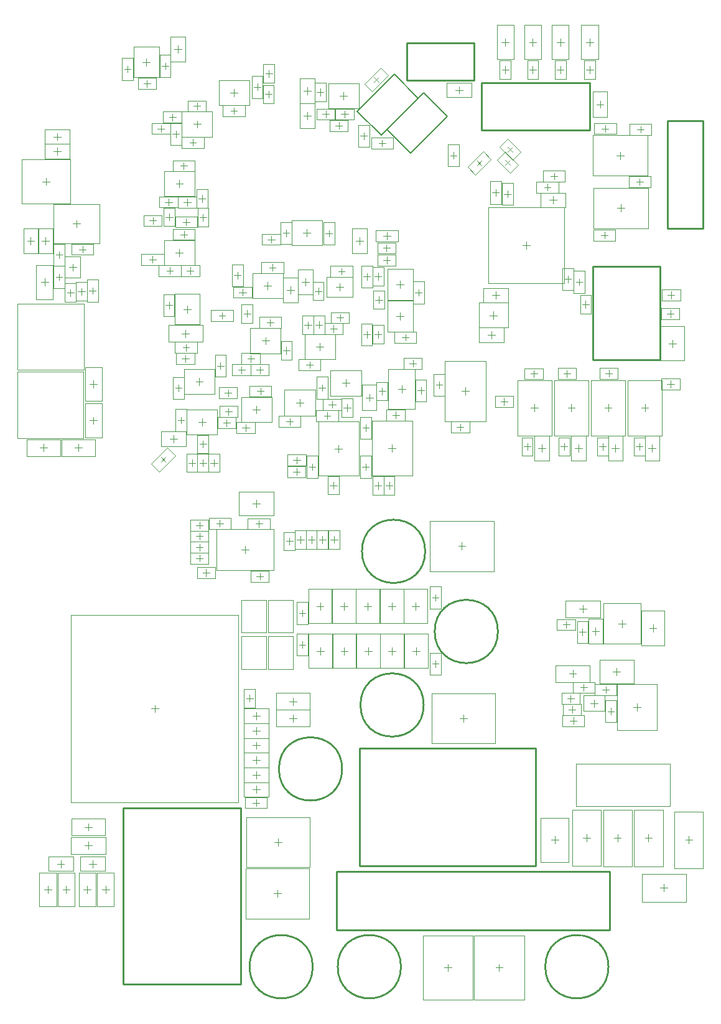
<source format=gbr>
%TF.GenerationSoftware,Altium Limited,Altium Designer,22.1.2 (22)*%
G04 Layer_Color=32768*
%FSLAX45Y45*%
%MOMM*%
%TF.SameCoordinates,C5451D44-FA68-4CDD-92CA-08ED0B408621*%
%TF.FilePolarity,Positive*%
%TF.FileFunction,Other,Mechanical_15*%
%TF.Part,Single*%
G01*
G75*
%TA.AperFunction,NonConductor*%
%ADD81C,0.25000*%
%ADD103C,0.10000*%
%ADD105C,0.25400*%
%ADD107C,0.12700*%
%ADD220C,0.05000*%
D81*
X6600000Y5160000D02*
G03*
X6600000Y5160000I-430000J0D01*
G01*
X4480000Y3290000D02*
G03*
X4480000Y3290000I-430000J0D01*
G01*
X8105000Y600000D02*
G03*
X8105000Y600000I-430000J0D01*
G01*
X5280000D02*
G03*
X5280000Y600000I-430000J0D01*
G01*
X4080000D02*
G03*
X4080000Y600000I-430000J0D01*
G01*
X5590000Y4160000D02*
G03*
X5590000Y4160000I-430000J0D01*
G01*
X5610000Y6250000D02*
G03*
X5610000Y6250000I-430000J0D01*
G01*
D103*
X3765000Y7970000D02*
Y8060000D01*
X3720000Y8015000D02*
X3810000D01*
X4480000Y8540000D02*
X4580000D01*
X4530000Y8490000D02*
Y8590000D01*
X4547500Y8155000D02*
Y8250000D01*
X4500000Y8202500D02*
X4595000D01*
X5270000Y9400000D02*
Y9500000D01*
X5220000Y9450000D02*
X5320000D01*
X5270000Y9830000D02*
Y9930000D01*
X5220000Y9880000D02*
X5320000D01*
X8485000Y11277500D02*
X8575000D01*
X8530000Y11232500D02*
Y11322500D01*
X7990000Y12280000D02*
Y12380000D01*
X7940000Y12330000D02*
X8040000D01*
X8015000Y12000000D02*
X8105000D01*
X8060000Y11955000D02*
Y12045000D01*
X8265000Y11582500D02*
Y11682500D01*
X8215000Y11632500D02*
X8315000D01*
X8497500Y11987500D02*
X8587500D01*
X8542500Y11942500D02*
Y12032500D01*
X8274999Y10870000D02*
Y10970000D01*
X8225000Y10920000D02*
X8325000D01*
X8005000Y10550000D02*
X8095000D01*
X8050000Y10505000D02*
Y10595000D01*
X8958197Y9688199D02*
Y9783199D01*
X8910697Y9735699D02*
X9005697D01*
X8948197Y9433199D02*
Y9528199D01*
X8900697Y9480699D02*
X8995697D01*
X8978198Y9028199D02*
Y9128199D01*
X8928198Y9078199D02*
X9028198D01*
X7747500Y9607500D02*
X7842500D01*
X7795000Y9560000D02*
Y9655000D01*
X7707500Y9867500D02*
Y9957500D01*
X7662500Y9912500D02*
X7752500D01*
X7555000Y9907500D02*
Y9997500D01*
X7510000Y9952500D02*
X7600000D01*
X6520000Y9732500D02*
X6620000D01*
X6570000Y9682500D02*
Y9782500D01*
X6540000Y9402500D02*
Y9512492D01*
X6490000Y9457500D02*
X6590000D01*
X6460000Y9192500D02*
X6560000D01*
X6510000Y9142500D02*
Y9242500D01*
X7320000Y11352500D02*
X7410000D01*
X7365000Y11307500D02*
Y11397500D01*
X7230000Y11202500D02*
X7320000D01*
X7275000Y11157500D02*
Y11247500D01*
X7297500Y11027500D02*
X7397500D01*
X7347500Y10977500D02*
Y11077500D01*
X6522500Y11130000D02*
X6617500D01*
X6570000Y11082500D02*
Y11177500D01*
X6495000Y10975000D02*
Y11285000D01*
X6645000Y10975000D02*
Y11285000D01*
X6495000Y10975000D02*
X6645000D01*
X6495000Y11285000D02*
X6645000D01*
X6935000Y10412500D02*
X7035000D01*
X6985000Y10362500D02*
Y10462500D01*
X6730000Y11065000D02*
Y11155000D01*
X6685000Y11110000D02*
X6775000D01*
X6733912Y11683912D02*
X6801088Y11751088D01*
X6733913Y11751087D02*
X6801088Y11683912D01*
X6698912Y11503912D02*
X6766088Y11571088D01*
X6698913Y11571087D02*
X6766088Y11503912D01*
X6315680Y11498180D02*
X6379320Y11561820D01*
X6315680D02*
X6379320Y11498180D01*
X7802500Y12800000D02*
X7897500D01*
X7850000Y12752500D02*
Y12847501D01*
X7402500Y12800000D02*
X7497500D01*
X7450000Y12752500D02*
Y12847501D01*
X7027500Y12800000D02*
X7122500D01*
X7075000Y12752500D02*
Y12847501D01*
X6652500Y12800000D02*
X6747500D01*
X6700000Y12752500D02*
Y12847501D01*
X5996447Y11590799D02*
Y11680799D01*
X5951448Y11635799D02*
X6041447D01*
X6022500Y12525000D02*
X6122500D01*
X6072500Y12475000D02*
Y12575000D01*
X4911412Y12698588D02*
X4978587Y12631412D01*
X4911412D02*
X4978587Y12698588D01*
X4782365Y12608431D02*
X5001568Y12827635D01*
X4888431Y12502365D02*
X5107634Y12721569D01*
X4782365Y12608431D02*
X4888431Y12502365D01*
X5001568Y12827635D02*
X5107634Y12721569D01*
X4135000Y12495000D02*
X4230000D01*
X4182500Y12447500D02*
Y12542500D01*
X4447500Y12445000D02*
X4547500D01*
X4497500Y12395000D02*
Y12495000D01*
X4980000Y11800000D02*
X5070000D01*
X5025000Y11755000D02*
Y11845000D01*
X4775000Y11855000D02*
Y11945000D01*
X4730000Y11900000D02*
X4820000D01*
X4515000Y12147500D02*
Y12242500D01*
X4467500Y12195000D02*
X4562500D01*
X4257500Y12147500D02*
Y12242500D01*
X4210000Y12195000D02*
X4305000D01*
X4435000Y11992500D02*
Y12087500D01*
X4387500Y12040000D02*
X4482500D01*
X4005000Y12462500D02*
Y12562500D01*
X3955000Y12512500D02*
X4055000D01*
X2247500Y13027499D02*
Y13127499D01*
X2197500Y13077499D02*
X2297500D01*
X2072500Y12805000D02*
Y12895000D01*
X2027500Y12850000D02*
X2117499D01*
X1560000Y12765000D02*
Y12855000D01*
X1515000Y12810001D02*
X1605000D01*
X1815000Y12855000D02*
Y12955000D01*
X1765000Y12905000D02*
X1865000D01*
X1825000Y12565000D02*
Y12660000D01*
X1777500Y12612500D02*
X1872500D01*
X3435000Y12747500D02*
X3530000D01*
X3482500Y12700000D02*
Y12795000D01*
X3430000Y12467500D02*
X3525000D01*
X3477500Y12420000D02*
Y12515000D01*
X3325000Y12520000D02*
Y12610000D01*
X3280000Y12565000D02*
X3370000D01*
X2957500Y12490000D02*
X3057500D01*
X3007500Y12440000D02*
Y12540000D01*
X2962500Y12242500D02*
X3052500D01*
X3007500Y12197500D02*
Y12287500D01*
X2170000Y12107500D02*
Y12202500D01*
X2122500Y12155000D02*
X2217500D01*
X2015000Y11952500D02*
Y12047500D01*
X1967500Y12000000D02*
X2062500D01*
X2217500Y11880000D02*
Y11970000D01*
X2172500Y11925000D02*
X2262500D01*
X2402500Y11812500D02*
X2492500D01*
X2447500Y11767500D02*
Y11857500D01*
X2454600Y12059600D02*
X2554600D01*
X2504600Y12009600D02*
Y12109600D01*
X2505000Y12257500D02*
Y12352500D01*
X2457500Y12305000D02*
X2552500D01*
X2280000Y11492500D02*
X2370000D01*
X2325000Y11447500D02*
Y11537500D01*
X2215599Y11247800D02*
X2315599D01*
X2265599Y11197801D02*
Y11297801D01*
X2525000Y11047500D02*
X2620000D01*
X2572500Y11000000D02*
Y11095000D01*
X2540000Y10792500D02*
X2635000D01*
X2587500Y10745000D02*
Y10840000D01*
X2372500Y10950000D02*
Y11045000D01*
X2325000Y10997500D02*
X2420000D01*
X2117500Y10952500D02*
Y11047500D01*
X2070000Y11000000D02*
X2165000D01*
X1902500Y10700000D02*
Y10795000D01*
X1855000Y10747500D02*
X1950000D01*
X2080000Y10797500D02*
X2175000D01*
X2127500Y10750000D02*
Y10845000D01*
X2312500Y10730000D02*
X2402500D01*
X2357500Y10685000D02*
Y10775000D01*
X2282500Y10560000D02*
X2372500D01*
X2327500Y10515000D02*
Y10605000D01*
X2215000Y10312500D02*
X2315000D01*
X2265000Y10262500D02*
Y10362500D01*
X1900000Y10172500D02*
Y10267500D01*
X1852500Y10220000D02*
X1947500D01*
X1745000Y10145000D02*
X2055000D01*
X1745000Y10295000D02*
X2055000D01*
Y10145000D02*
Y10295000D01*
X1745000Y10145000D02*
Y10295000D01*
X2090000Y10067500D02*
X2180000D01*
X2135000Y10022500D02*
Y10112500D01*
X2412500Y10017500D02*
Y10112500D01*
X2365000Y10065000D02*
X2460000D01*
X4300000Y10530000D02*
Y10620000D01*
X4255000Y10575000D02*
X4345000D01*
X3949699Y10580800D02*
X4049699D01*
X3999699Y10530800D02*
Y10630800D01*
X3717500Y10535000D02*
Y10625000D01*
X3672500Y10580000D02*
X3762499D01*
X3515000Y10445000D02*
Y10540000D01*
X3467500Y10492500D02*
X3562500D01*
X4445000Y9795000D02*
Y9895000D01*
X4395000Y9845000D02*
X4495000D01*
X4427500Y10057500D02*
X4517500D01*
X4472500Y10012500D02*
Y10102500D01*
X3055000Y9957500D02*
Y10047500D01*
X3010000Y10002500D02*
X3100000D01*
X3125000Y9725000D02*
Y9820000D01*
X3077500Y9772500D02*
X3172500D01*
X3417500Y9860000D02*
X3517500D01*
X3467500Y9810000D02*
Y9910000D01*
X3487500Y10110000D02*
X3577500D01*
X3532500Y10065000D02*
Y10155000D01*
X3780000Y9752500D02*
Y9852500D01*
X3730000Y9802500D02*
X3830000D01*
X3980000Y9862500D02*
Y9962500D01*
X3930000Y9912500D02*
X4030000D01*
X4107500Y9790000D02*
X4202500D01*
X4155000Y9742500D02*
Y9837500D01*
X4720000Y10420000D02*
Y10520000D01*
X4670000Y10470000D02*
X4770000D01*
X5090000Y10492500D02*
Y10587500D01*
X5042500Y10540000D02*
X5137500D01*
X4935000Y10615000D02*
X5245000D01*
X4935000Y10465000D02*
X5245000D01*
X4935000D02*
Y10615000D01*
X5245000Y10465000D02*
Y10615000D01*
X5085000Y10327500D02*
Y10422500D01*
X5037500Y10375000D02*
X5132500D01*
X5087500Y10162500D02*
Y10257500D01*
X5040000Y10210000D02*
X5135000D01*
X4817500Y9942500D02*
Y10032500D01*
X4772500Y9987500D02*
X4862500D01*
X4922500Y9990000D02*
X5017500D01*
X4970000Y9942500D02*
Y10037500D01*
X4932500Y9670000D02*
X5027500D01*
X4980000Y9622500D02*
Y9717500D01*
X5520000Y9725000D02*
Y9815000D01*
X5475000Y9770000D02*
X5565000D01*
X5295000Y9160000D02*
X5385000D01*
X5340000Y9115000D02*
Y9205000D01*
X4922500Y9200000D02*
X5017500D01*
X4970000Y9152500D02*
Y9247500D01*
X4815000Y9155000D02*
Y9245000D01*
X4770000Y9200000D02*
X4860000D01*
X3967500Y9327500D02*
X4062500D01*
X4015000Y9280000D02*
Y9375000D01*
X4117500Y9330000D02*
X4212500D01*
X4165000Y9282500D02*
Y9377500D01*
X4452500Y9380000D02*
Y9475000D01*
X4405000Y9427500D02*
X4500000D01*
X4365000Y9230000D02*
Y9325000D01*
X4317500Y9277500D02*
X4412500D01*
X4127500Y9032500D02*
X4227500D01*
X4177500Y8982500D02*
Y9082500D01*
X3992500Y8787500D02*
X4082500D01*
X4037500Y8742500D02*
Y8832500D01*
X3140000Y9482500D02*
X3235000D01*
X3187500Y9435000D02*
Y9530000D01*
X3457500Y9360000D02*
X3547500D01*
X3502500Y9315000D02*
Y9405000D01*
X3675000Y8982500D02*
X3770000D01*
X3722500Y8935000D02*
Y9030000D01*
X3386900Y9113300D02*
X3486900D01*
X3436900Y9063300D02*
Y9163300D01*
X3237500Y8822500D02*
Y8917500D01*
X3190000Y8870000D02*
X3285000D01*
X3110000Y8670000D02*
Y8765000D01*
X3062500Y8717500D02*
X3157500D01*
X3360000Y8670000D02*
Y8765000D01*
X3312500Y8717500D02*
X3407500D01*
X2824671Y8728515D02*
Y8818515D01*
X2779671Y8773515D02*
X2869671D01*
X2802500Y9457500D02*
X2892500D01*
X2847500Y9412500D02*
Y9502500D01*
X2370000Y9492500D02*
Y9592500D01*
X2320000Y9542500D02*
X2420000D01*
X2122500Y9552501D02*
Y9642500D01*
X2077500Y9597500D02*
X2167500D01*
X2300000Y9212500D02*
X2400000D01*
X2350000Y9162500D02*
Y9262500D01*
X2310000Y9022500D02*
X2400000D01*
X2355000Y8977500D02*
Y9067500D01*
X2347500Y8822500D02*
Y8917500D01*
X2300000Y8870000D02*
X2395000D01*
X2487171Y8558515D02*
X2587171D01*
X2537171Y8508515D02*
Y8608515D01*
X2252171Y8426015D02*
Y8516015D01*
X2207171Y8471015D02*
X2297171D01*
X3367500Y8382500D02*
Y8472500D01*
X3322500Y8427500D02*
X3412500D01*
X3315000Y8130000D02*
Y8230000D01*
X3265000Y8180000D02*
X3365000D01*
X2927500Y8357500D02*
Y8452500D01*
X2880000Y8405000D02*
X2975000D01*
X2933495Y8101743D02*
Y8196743D01*
X2885995Y8149243D02*
X2980995D01*
X2908495Y7949243D02*
Y8044243D01*
X2860995Y7996743D02*
X2955995D01*
X3120000Y7930000D02*
X3215000D01*
X3167500Y7882500D02*
Y7977500D01*
X2523495Y8009243D02*
X2623495D01*
X2573495Y7959243D02*
Y8059243D01*
X2288495Y7989243D02*
Y8079243D01*
X2243495Y8034243D02*
X2333495D01*
X2135995Y7779243D02*
X2235995D01*
X2185995Y7729243D02*
Y7829243D01*
X2012408Y7530331D02*
X2079583Y7463156D01*
X2012407D02*
X2079583Y7530331D01*
X1989427Y7334109D02*
X2208630Y7553312D01*
X1883360Y7440175D02*
X2102564Y7659378D01*
X2208630Y7553312D01*
X1883360Y7440175D02*
X1989427Y7334109D01*
X2538495Y7709243D02*
X2633495D01*
X2585995Y7661743D02*
Y7756743D01*
X2688495Y7451743D02*
X2783495D01*
X2735995Y7404243D02*
Y7499243D01*
X2538495Y7451743D02*
X2633495D01*
X2585995Y7404243D02*
Y7499243D01*
X2388495Y7451743D02*
X2483495D01*
X2435995Y7404243D02*
Y7499243D01*
X550000Y11890000D02*
X650000D01*
X600000Y11840000D02*
Y11940000D01*
X550000Y11690000D02*
X650000D01*
X600000Y11640000D02*
Y11740000D01*
X450000Y11230000D02*
Y11330000D01*
X400000Y11280000D02*
X500000D01*
X120000Y10980000D02*
X780000D01*
X120000Y11580000D02*
X780000D01*
Y10980000D02*
Y11580000D01*
X120000Y10980000D02*
Y11580000D01*
X902500Y10357500D02*
X992500D01*
X947500Y10312500D02*
Y10402500D01*
X862500Y10655000D02*
Y10755000D01*
X812500Y10705000D02*
X912500D01*
X242500Y10422500D02*
Y10522500D01*
X192500Y10472500D02*
X292500D01*
X445000Y10422500D02*
Y10522500D01*
X395000Y10472500D02*
X495000D01*
X627500Y10237500D02*
Y10327500D01*
X582500Y10282500D02*
X672500D01*
X812500Y10062500D02*
Y10162500D01*
X762500Y10112500D02*
X862500D01*
X627500Y9935000D02*
Y10025000D01*
X582500Y9980000D02*
X672500D01*
X382500Y9910000D02*
X482500D01*
X432500Y9860000D02*
Y9960000D01*
X735000Y9767500D02*
X830000D01*
X782500Y9720000D02*
Y9815000D01*
X885000Y9785000D02*
X980000D01*
X932500Y9737500D02*
Y9832500D01*
X1082500Y9750000D02*
Y9840000D01*
X1037500Y9795000D02*
X1127500D01*
X1045000Y8030000D02*
X1145000D01*
X1095000Y7980000D02*
Y8080000D01*
X842500Y7660000D02*
X942500D01*
X892500Y7610000D02*
Y7710000D01*
X8110000Y8622500D02*
Y8717500D01*
X8062500Y8670000D02*
X8157500D01*
X7540000Y8620000D02*
Y8715000D01*
X7492500Y8667500D02*
X7587500D01*
X7090000Y8617500D02*
Y8712500D01*
X7042500Y8665000D02*
X7137500D01*
X7100000Y8150000D02*
Y8250000D01*
X7050000Y8200000D02*
X7150000D01*
X7600000Y8150000D02*
Y8250000D01*
X7550000Y8200000D02*
X7650000D01*
X8100000Y8150000D02*
Y8250000D01*
X8050000Y8200000D02*
X8150000D01*
X8600000Y8150000D02*
Y8250000D01*
X8550000Y8200000D02*
X8650000D01*
X8950000Y8477500D02*
Y8572500D01*
X8902500Y8525000D02*
X8997500D01*
X8700000Y7600000D02*
Y7700000D01*
X8650000Y7650000D02*
X8750000D01*
X8477500Y7675000D02*
X8572500D01*
X8525000Y7627500D02*
Y7722500D01*
X8200000Y7600000D02*
Y7700000D01*
X8150000Y7650000D02*
X8250000D01*
X7977500Y7675000D02*
X8072500D01*
X8025000Y7627500D02*
Y7722500D01*
X7700000Y7600000D02*
Y7700000D01*
X7650000Y7650000D02*
X7750000D01*
X7452500Y7675000D02*
X7547500D01*
X7500000Y7627500D02*
Y7722500D01*
X7200000Y7600000D02*
Y7700000D01*
X7150000Y7650000D02*
X7250000D01*
X6952500Y7675000D02*
X7047500D01*
X7000000Y7627500D02*
Y7722500D01*
X6685000Y8240000D02*
Y8335000D01*
X6637500Y8287500D02*
X6732500D01*
X6087500Y7890000D02*
Y7985000D01*
X6040000Y7937500D02*
X6135000D01*
X6107500Y8430000D02*
X6207500D01*
X6157500Y8379999D02*
Y8480000D01*
X5802500Y8467500D02*
Y8557500D01*
X5757500Y8512500D02*
X5847500D01*
X5442500Y8757500D02*
Y8852500D01*
X5395000Y8805000D02*
X5490000D01*
X5552500Y8392500D02*
Y8482500D01*
X5507500Y8437500D02*
X5597500D01*
X5290000Y8405000D02*
Y8505000D01*
X5240000Y8455000D02*
X5340000D01*
X5210000Y8055000D02*
Y8150000D01*
X5162500Y8102500D02*
X5257500D01*
X4977500Y8427500D02*
X5072500D01*
X5025000Y8380000D02*
Y8475000D01*
X4850000Y8292500D02*
Y8392500D01*
X4800000Y8342500D02*
X4900000D01*
X3902500Y8220000D02*
Y8320000D01*
X3852500Y8270000D02*
X3952500D01*
X4207500Y8427500D02*
Y8517500D01*
X4162500Y8472500D02*
X4252500D01*
X4345000Y8200000D02*
Y8295000D01*
X4297500Y8247500D02*
X4392500D01*
X4802500Y7885000D02*
Y7975000D01*
X4757500Y7930000D02*
X4847500D01*
X4232500Y8095000D02*
X4322500D01*
X4277500Y8050000D02*
Y8140000D01*
X4382500Y7647500D02*
X4482500D01*
X4432500Y7597500D02*
Y7697500D01*
X5110000Y7652500D02*
X5210000D01*
X5160000Y7602500D02*
Y7702500D01*
X5072500Y7145000D02*
X5167500D01*
X5120000Y7097500D02*
Y7192500D01*
X4922500Y7145000D02*
X5017500D01*
X4970000Y7097500D02*
Y7192500D01*
X4800000Y7355000D02*
Y7445000D01*
X4755000Y7400000D02*
X4845000D01*
X4315000Y7147500D02*
X4410000D01*
X4362500Y7100000D02*
Y7195000D01*
X4075000Y7355000D02*
Y7445000D01*
X4030000Y7400000D02*
X4120000D01*
X2770000Y6630000D02*
X2860000D01*
X2815000Y6585000D02*
Y6675000D01*
X3160000Y6220000D02*
Y6320000D01*
X3110000Y6270000D02*
X3210000D01*
X3262500Y6897500D02*
X3362500D01*
X3312500Y6847500D02*
Y6947500D01*
X3347500Y6580000D02*
Y6670000D01*
X3302500Y6625000D02*
X3392500D01*
X3360000Y5862500D02*
Y5957500D01*
X3312500Y5910000D02*
X3407500D01*
X4322500Y6410000D02*
X4417500D01*
X4370000Y6362500D02*
Y6457500D01*
X4165000Y6407500D02*
X4260000D01*
X4212500Y6360000D02*
Y6455000D01*
X4015000Y6407500D02*
X4110000D01*
X4062500Y6360000D02*
Y6455000D01*
X3865000Y6407500D02*
X3960000D01*
X3912500Y6360000D02*
Y6455000D01*
X4180000Y5455001D02*
Y5555000D01*
X4130000Y5505000D02*
X4230000D01*
X4505000Y5455001D02*
Y5555000D01*
X4455000Y5505000D02*
X4555000D01*
X4830000Y5455001D02*
Y5555000D01*
X4780000Y5505000D02*
X4880000D01*
X5155000Y5455001D02*
Y5555000D01*
X5105000Y5505000D02*
X5205000D01*
X5480000Y5455001D02*
Y5555000D01*
X5430000Y5505000D02*
X5530000D01*
X5750000Y4675000D02*
Y4765000D01*
X5705000Y4720000D02*
X5795000D01*
X5485000Y4845001D02*
Y4945001D01*
X5435000Y4895001D02*
X5535000D01*
X5160000Y4845001D02*
Y4945001D01*
X5110000Y4895001D02*
X5210000D01*
X4835000Y4845001D02*
Y4945001D01*
X4785000Y4895001D02*
X4885000D01*
X4510000Y4845001D02*
Y4945001D01*
X4460000Y4895001D02*
X4560000D01*
X4185000Y4845001D02*
Y4945001D01*
X4135000Y4895001D02*
X4235000D01*
X3895000Y4980000D02*
X3985000D01*
X3940000Y4935000D02*
Y5025000D01*
X3810000Y5144500D02*
Y5587000D01*
X3470000D02*
X3810000D01*
X3470000Y5144500D02*
Y5587000D01*
Y5144500D02*
X3810000D01*
X3450000D02*
Y5587000D01*
X3110000D02*
X3450000D01*
X3110000Y5144500D02*
Y5587000D01*
Y5144500D02*
X3450000D01*
Y4650000D02*
Y5092500D01*
X3110000D02*
X3450000D01*
X3110000Y4650000D02*
Y5092500D01*
Y4650000D02*
X3450000D01*
X3810000D02*
Y5092500D01*
X3470000D02*
X3810000D01*
X3470000Y4650000D02*
Y5092500D01*
Y4650000D02*
X3810000D01*
X1880000Y4110000D02*
X1980000D01*
X1930000Y4060000D02*
Y4160000D01*
X975000Y2500000D02*
X1075000D01*
X1025000Y2450000D02*
Y2550000D01*
Y2200000D02*
Y2300000D01*
X975000Y2250000D02*
X1075000D01*
X790000Y2135000D02*
X1260000D01*
X790000Y2365000D02*
X1260000D01*
Y2135000D02*
Y2365000D01*
X790000Y2135000D02*
Y2365000D01*
X1035000Y2000000D02*
X1135000D01*
X1085000Y1950000D02*
Y2050000D01*
X600000Y2000000D02*
X700000D01*
X650000Y1950000D02*
Y2050000D01*
X3605000Y2245000D02*
Y2345000D01*
X3555000Y2295000D02*
X3655000D01*
X3600000Y1545000D02*
Y1645000D01*
X3550000Y1595000D02*
X3650000D01*
X3172500Y4250000D02*
X3267500D01*
X3220000Y4202500D02*
Y4297500D01*
X3760000Y4210000D02*
X3860000D01*
X3810000Y4160000D02*
Y4260000D01*
X3760000Y3980000D02*
X3860000D01*
X3810000Y3930000D02*
Y4030000D01*
X6080000Y3980000D02*
X6180000D01*
X6130000Y3930000D02*
Y4030000D01*
X7755000Y5415000D02*
Y5515000D01*
X7705000Y5465000D02*
X7805000D01*
X7520000Y5580000D02*
X7990000D01*
X7520000Y5350000D02*
X7990000D01*
X7520000D02*
Y5580000D01*
X7990000Y5350000D02*
Y5580000D01*
X7530000Y5205000D02*
Y5300000D01*
X7482500Y5252500D02*
X7577500D01*
X7752500Y5107500D02*
Y5197500D01*
X7707500Y5152500D02*
X7797500D01*
X7930000Y5115000D02*
Y5215000D01*
X7880000Y5165000D02*
X7980000D01*
X8240000Y5267500D02*
X8340000D01*
X8290000Y5217500D02*
Y5317500D01*
X8545000Y4992500D02*
Y5542500D01*
X8035000Y4992500D02*
Y5542500D01*
X8545000D01*
X8035000Y4992500D02*
X8545000D01*
X7722500Y4397500D02*
X7812500D01*
X7767500Y4352500D02*
Y4442500D01*
X7617500Y4535000D02*
Y4635000D01*
X7567500Y4585000D02*
X7667500D01*
X8442500Y4132500D02*
X8542500D01*
X8492500Y4082500D02*
Y4182500D01*
X8022500Y4367500D02*
X8112500D01*
X8067500Y4322500D02*
Y4412500D01*
X7856140Y4183980D02*
X7956140D01*
X7906140Y4133980D02*
Y4233980D01*
X8137520Y4029640D02*
Y4119640D01*
X8092520Y4074640D02*
X8182520D01*
X7665000Y2782500D02*
X8945000D01*
X7665000D02*
Y3362500D01*
X8945000D01*
Y2782500D02*
Y3362500D01*
X9150000Y2325000D02*
X9250000D01*
X9200000Y2275000D02*
Y2375000D01*
X9395000Y1940000D02*
Y2710000D01*
X9005000Y1940000D02*
Y2710000D01*
X9395000D01*
X9005000Y1940000D02*
X9395000D01*
X8600000Y2350000D02*
X8700000D01*
X8650000Y2300000D02*
Y2400000D01*
X8845000Y1965000D02*
Y2735000D01*
X8455000Y1965000D02*
Y2735000D01*
X8845000D01*
X8455000Y1965000D02*
X8845000D01*
X8177500Y2350000D02*
X8277500D01*
X8227500Y2300000D02*
Y2400000D01*
X8422500Y1965000D02*
Y2735000D01*
X8032500Y1965000D02*
Y2735000D01*
X8422500D01*
X8032500Y1965000D02*
X8422500D01*
X7755000Y2352500D02*
X7855000D01*
X7805000Y2302500D02*
Y2402500D01*
X7610000Y1967500D02*
Y2737500D01*
X8000000Y1967500D02*
Y2737500D01*
X7610000Y1967500D02*
X8000000D01*
X7610000Y2737500D02*
X8000000D01*
X7375000Y2275000D02*
Y2375000D01*
X7325000Y2325000D02*
X7425000D01*
X6650000Y13175000D02*
X6750000D01*
X6700000Y13125000D02*
Y13225000D01*
X6815000Y12939999D02*
Y13410001D01*
X6585000Y12939999D02*
Y13410001D01*
X6815000D01*
X6585000Y12939999D02*
X6815000D01*
X7025000Y13175000D02*
X7125000D01*
X7075000Y13125000D02*
Y13225000D01*
X7190000Y12939999D02*
Y13410001D01*
X6960000Y12939999D02*
Y13410001D01*
X7190000D01*
X6960000Y12939999D02*
X7190000D01*
X7400000Y13175000D02*
X7500000D01*
X7450000Y13125000D02*
Y13225000D01*
X7565000Y12939999D02*
Y13410001D01*
X7335000Y12939999D02*
Y13410001D01*
X7565000D01*
X7335000Y12939999D02*
X7565000D01*
X7800000Y13175000D02*
X7900000D01*
X7850000Y13125000D02*
Y13225000D01*
X7965000Y12939999D02*
Y13410001D01*
X7735000Y12939999D02*
Y13410001D01*
X7965000D01*
X7735000Y12939999D02*
X7965000D01*
X475000Y1600000D02*
Y1700000D01*
X425000Y1650000D02*
X525000D01*
X8809520Y1673860D02*
X8909520D01*
X8859520Y1623860D02*
Y1723860D01*
X6617500Y537500D02*
Y637500D01*
X6567500Y587500D02*
X6667500D01*
X5917500Y537500D02*
Y637500D01*
X5867500Y587500D02*
X5967500D01*
X3895000Y5410000D02*
X3985000D01*
X3940000Y5365000D02*
Y5455000D01*
X3310000Y3960000D02*
Y4060000D01*
X3260000Y4010000D02*
X3360000D01*
X4005000Y12122500D02*
Y12222500D01*
X3955000Y12172500D02*
X4055000D01*
X8660000Y5205000D02*
X8760000D01*
X8710000Y5155000D02*
Y5255000D01*
X8217500Y4560000D02*
Y4660000D01*
X8167500Y4610000D02*
X8267500D01*
X7626140Y3901481D02*
Y3991480D01*
X7581140Y3946481D02*
X7671140D01*
X7562500Y4097500D02*
X7657500D01*
X7610000Y4050000D02*
Y4145000D01*
X7542500Y4247500D02*
X7637500D01*
X7590000Y4200000D02*
Y4295000D01*
X415000Y7610000D02*
Y7710000D01*
X365000Y7660000D02*
X465000D01*
X62500Y8690000D02*
X962500D01*
X62500Y7790000D02*
Y8690000D01*
Y7790000D02*
X962500D01*
Y8690000D01*
X65000Y9617500D02*
X965000D01*
X65000Y8717500D02*
Y9617500D01*
Y8717500D02*
X965000D01*
Y9617500D01*
X1260000Y1600000D02*
Y1700000D01*
X1210000Y1650000D02*
X1310000D01*
X1010000Y1600000D02*
Y1700000D01*
X960000Y1650000D02*
X1060000D01*
X1095000Y8475000D02*
Y8575000D01*
X1045000Y8525000D02*
X1145000D01*
X725000Y1600000D02*
Y1700000D01*
X675000Y1650000D02*
X775000D01*
X3815000Y7490000D02*
X3910000D01*
X3862500Y7442500D02*
Y7537500D01*
X3812500Y7332500D02*
X3907500D01*
X3860000Y7285000D02*
Y7380000D01*
X2490000Y6605000D02*
X2585000D01*
X2537500Y6557500D02*
Y6652500D01*
X2490000Y6305000D02*
X2585000D01*
X2537500Y6257500D02*
Y6352500D01*
X2490000Y6455000D02*
X2585000D01*
X2537500Y6407500D02*
Y6502500D01*
X2490000Y6155000D02*
X2585000D01*
X2537500Y6107500D02*
Y6202500D01*
X2582500Y5960000D02*
X2677500D01*
X2630000Y5912500D02*
Y6007500D01*
X3762500Y6340000D02*
Y6435000D01*
X3715000Y6387500D02*
X3810000D01*
X5705000Y5620000D02*
X5795000D01*
X5750000Y5575000D02*
Y5665000D01*
X3310000Y2785000D02*
Y2875000D01*
X3265000Y2830000D02*
X3355000D01*
X3310000Y2960000D02*
Y3060000D01*
X3260000Y3010000D02*
X3360000D01*
X3310000Y3160000D02*
Y3260000D01*
X3260000Y3210000D02*
X3360000D01*
X3310000Y3560000D02*
Y3660000D01*
X3260000Y3610000D02*
X3360000D01*
X3310000Y3360000D02*
Y3460000D01*
X3260000Y3410000D02*
X3360000D01*
X3310000Y3760000D02*
Y3860000D01*
X3260000Y3810000D02*
X3360000D01*
X6110000Y6270000D02*
Y6370000D01*
X6060000Y6320000D02*
X6160000D01*
D105*
X8905000Y10638000D02*
X9392500D01*
X8905000D02*
Y12109600D01*
X9392500Y10638000D02*
Y12109600D01*
X8905000D02*
X9392500D01*
X7896548Y8854699D02*
Y10124699D01*
Y8854699D02*
X8810948D01*
Y10124699D01*
X7896548D02*
X8810948D01*
X6380000Y11975000D02*
Y12625000D01*
X7851600D01*
X6380000Y11975000D02*
X7851600D01*
Y12625000D01*
X1500000Y360000D02*
Y2760000D01*
Y360000D02*
X3100000D01*
X1500000Y2760000D02*
X3100000D01*
Y360000D02*
Y2760000D01*
X4717500Y1970000D02*
X7117500D01*
Y3570000D01*
X4717500Y1970000D02*
Y3570000D01*
X7117500D01*
X6277200Y12653000D02*
Y13161000D01*
X5362800D02*
X6277200D01*
X5362800Y12653000D02*
Y13161000D01*
Y12653000D02*
X6277200D01*
X4400000Y1897500D02*
X4425000D01*
X4400000Y1097500D02*
Y1897500D01*
Y1097500D02*
X8125000D01*
Y1897500D01*
X4425000D02*
X8125000D01*
D107*
X5189802Y12738092D02*
X5513092Y12414802D01*
X4686908Y12235198D02*
X5189802Y12738092D01*
X4686908Y12235198D02*
X5010197Y11911908D01*
X5513092Y12414802D01*
X5589802Y12488092D02*
X5913092Y12164802D01*
X5086908Y11985198D02*
X5589802Y12488092D01*
X5086908Y11985198D02*
X5410197Y11661908D01*
X5913092Y12164802D01*
D220*
X3615000Y7940000D02*
X3915000D01*
X3615000Y8090000D02*
X3915000D01*
Y7940000D02*
Y8090000D01*
X3615000Y7940000D02*
Y8090000D01*
X4740000Y8365000D02*
Y8715000D01*
X4320000Y8365000D02*
Y8715000D01*
Y8365000D02*
X4740000D01*
X4320000Y8715000D02*
X4740000D01*
X4472500Y8327500D02*
X4622500D01*
X4472500Y8077500D02*
X4622500D01*
Y8327500D01*
X4472500Y8077500D02*
Y8327500D01*
X5095000Y9660000D02*
X5445000D01*
X5095000Y9240000D02*
X5445000D01*
Y9660000D01*
X5095000Y9240000D02*
Y9660000D01*
Y10090000D02*
X5445000D01*
X5095000Y9670000D02*
X5445000D01*
Y10090000D01*
X5095000Y9670000D02*
Y10090000D01*
X8380000Y11202500D02*
Y11352500D01*
X8680000Y11202500D02*
Y11352500D01*
X8380000D02*
X8680000D01*
X8380000Y11202500D02*
X8680000D01*
X7890000Y12500000D02*
X8090000D01*
X7890000Y12160000D02*
X8090000D01*
Y12500000D01*
X7890000Y12160000D02*
Y12500000D01*
X8210000Y11925000D02*
Y12075000D01*
X7910000Y11925000D02*
Y12075000D01*
Y11925000D02*
X8210000D01*
X7910000Y12075000D02*
X8210000D01*
X7895000Y11907500D02*
X8635000D01*
X7895000Y11357500D02*
X8635000D01*
X7895000D02*
Y11907500D01*
X8635000Y11357500D02*
Y11907500D01*
X8692500Y11912500D02*
Y12062500D01*
X8392500Y11912500D02*
Y12062500D01*
Y11912500D02*
X8692500D01*
X8392500Y12062500D02*
X8692500D01*
X7904999Y10645000D02*
X8644999D01*
X7904999Y11195000D02*
X8644999D01*
Y10645000D02*
Y11195000D01*
X7904999Y10645000D02*
Y11195000D01*
X8200000Y10475000D02*
Y10625000D01*
X7900000Y10475000D02*
Y10625000D01*
Y10475000D02*
X8200000D01*
X7900000Y10625000D02*
X8200000D01*
X8833197Y9660699D02*
X9083197D01*
X8833197Y9810699D02*
X9083197D01*
Y9660699D02*
Y9810699D01*
X8833197Y9660699D02*
Y9810699D01*
X8823197Y9405699D02*
X9073197D01*
X8823197Y9555699D02*
X9073197D01*
Y9405699D02*
Y9555699D01*
X8823197Y9405699D02*
Y9555699D01*
X8818198Y8843199D02*
X9138198D01*
X8818198Y9313199D02*
X9138198D01*
X8818198Y8843199D02*
Y9313199D01*
X9138198Y8843199D02*
Y9313199D01*
X7870000Y9482500D02*
Y9732500D01*
X7720000Y9482500D02*
Y9732500D01*
X7870000D01*
X7720000Y9482500D02*
X7870000D01*
X7632500Y10062500D02*
X7782500D01*
X7632500Y9762500D02*
X7782500D01*
Y10062500D01*
X7632500Y9762500D02*
Y10062500D01*
X7480000Y10102500D02*
X7630000D01*
X7480000Y9802500D02*
X7630000D01*
Y10102500D01*
X7480000Y9802500D02*
Y10102500D01*
X6400000Y9632500D02*
Y9832500D01*
X6740000Y9632500D02*
Y9832500D01*
X6400000D02*
X6740000D01*
X6400000Y9632500D02*
X6740000D01*
X6339992Y9294992D02*
X6739992D01*
X6339992Y9632492D02*
X6739992D01*
Y9294992D02*
Y9632492D01*
X6339992Y9294992D02*
Y9632492D01*
X6680000Y9092500D02*
Y9292500D01*
X6340000Y9092500D02*
Y9292500D01*
Y9092500D02*
X6680000D01*
X6340000Y9292500D02*
X6680000D01*
X7515000Y11277500D02*
Y11427500D01*
X7215000Y11277500D02*
Y11427500D01*
Y11277500D02*
X7515000D01*
X7215000Y11427500D02*
X7515000D01*
X7425000Y11127500D02*
Y11277500D01*
X7125000Y11127500D02*
Y11277500D01*
Y11127500D02*
X7425000D01*
X7125000Y11277500D02*
X7425000D01*
X7517500Y10927500D02*
Y11127500D01*
X7177500Y10927500D02*
Y11127500D01*
Y10927500D02*
X7517500D01*
X7177500Y11127500D02*
X7517500D01*
X6470000Y9897500D02*
Y10927500D01*
X7500000Y9897500D02*
Y10927500D01*
X6470000D02*
X7500000D01*
X6470000Y9897500D02*
X7500000D01*
X6655000Y10960000D02*
X6805000D01*
X6655000Y11260000D02*
X6805000D01*
X6655000Y10960000D02*
Y11260000D01*
X6805000Y10960000D02*
Y11260000D01*
X6732145Y11858921D02*
X6908921Y11682145D01*
X6626079Y11752855D02*
X6802855Y11576079D01*
X6626079Y11752855D02*
X6732145Y11858921D01*
X6802855Y11576079D02*
X6908921Y11682145D01*
X6697145Y11678921D02*
X6873921Y11502144D01*
X6591079Y11572855D02*
X6767855Y11396079D01*
X6591079Y11572855D02*
X6697145Y11678921D01*
X6767855Y11396079D02*
X6873921Y11502144D01*
X6188401Y11476967D02*
X6294467Y11370901D01*
X6400533Y11689099D02*
X6506599Y11583033D01*
X6188401Y11476967D02*
X6400533Y11689099D01*
X6294467Y11370901D02*
X6506599Y11583033D01*
X7925000Y12675000D02*
Y12925000D01*
X7775000Y12675000D02*
Y12925000D01*
X7925000D01*
X7775000Y12675000D02*
X7925000D01*
X7525000D02*
Y12925000D01*
X7375000Y12675000D02*
Y12925000D01*
X7525000D01*
X7375000Y12675000D02*
X7525000D01*
X7150000D02*
Y12925000D01*
X7000000Y12675000D02*
Y12925000D01*
X7150000D01*
X7000000Y12675000D02*
X7150000D01*
X6775000D02*
Y12925000D01*
X6625000Y12675000D02*
Y12925000D01*
X6775000D01*
X6625000Y12675000D02*
X6775000D01*
X5921447Y11485799D02*
X6071447D01*
X5921447Y11785799D02*
X6071447D01*
X5921447Y11485799D02*
Y11785799D01*
X6071447Y11485799D02*
Y11785799D01*
X6242500Y12425000D02*
Y12625000D01*
X5902500Y12425000D02*
Y12625000D01*
Y12425000D02*
X6242500D01*
X5902500Y12625000D02*
X6242500D01*
X4257500Y12370000D02*
Y12620000D01*
X4107500Y12370000D02*
Y12620000D01*
X4257500D01*
X4107500Y12370000D02*
X4257500D01*
X4290000Y12275000D02*
Y12615000D01*
X4705000Y12275000D02*
Y12615000D01*
X4290000D02*
X4705000D01*
X4290000Y12275000D02*
X4705000D01*
X4875000Y11725000D02*
Y11875000D01*
X5175000Y11725000D02*
Y11875000D01*
X4875000D02*
X5175000D01*
X4875000Y11725000D02*
X5175000D01*
X4700000Y11750000D02*
X4850000D01*
X4700000Y12050000D02*
X4850000D01*
X4700000Y11750000D02*
Y12050000D01*
X4850000Y11750000D02*
Y12050000D01*
X4390000Y12120000D02*
X4640000D01*
X4390000Y12270000D02*
X4640000D01*
Y12120000D02*
Y12270000D01*
X4390000Y12120000D02*
Y12270000D01*
X4132500Y12120000D02*
X4382500D01*
X4132500Y12270000D02*
X4382500D01*
Y12120000D02*
Y12270000D01*
X4132500Y12120000D02*
Y12270000D01*
X4310000Y11965000D02*
X4560000D01*
X4310000Y12115000D02*
X4560000D01*
Y11965000D02*
Y12115000D01*
X4310000Y11965000D02*
Y12115000D01*
X3905000Y12342500D02*
X4105000D01*
X3905000Y12682500D02*
X4105000D01*
X3905000Y12342500D02*
Y12682500D01*
X4105000Y12342500D02*
Y12682500D01*
X2147500Y12907500D02*
X2347500D01*
X2147500Y13247501D02*
X2347500D01*
X2147500Y12907500D02*
Y13247501D01*
X2347500Y12907500D02*
Y13247501D01*
X1997499Y12700000D02*
X2147499D01*
X1997499Y13000000D02*
X2147499D01*
X1997499Y12700000D02*
Y13000000D01*
X2147499Y12700000D02*
Y13000000D01*
X1485000Y12960001D02*
X1635000D01*
X1485000Y12660000D02*
X1635000D01*
Y12960001D01*
X1485000Y12660000D02*
Y12960001D01*
X1640000Y12695000D02*
X1990000D01*
X1640000Y13114999D02*
X1990000D01*
X1640000Y12695000D02*
Y13114999D01*
X1990000Y12695000D02*
Y13114999D01*
X1700000Y12687500D02*
X1950000D01*
X1700000Y12537500D02*
X1950000D01*
X1700000D02*
Y12687500D01*
X1950000Y12537500D02*
Y12687500D01*
X3557500Y12622500D02*
Y12872501D01*
X3407500Y12622500D02*
Y12872501D01*
X3557500D01*
X3407500Y12622500D02*
X3557500D01*
X3552500Y12342500D02*
Y12592500D01*
X3402500Y12342500D02*
Y12592500D01*
X3552500D01*
X3402500Y12342500D02*
X3552500D01*
X3250000Y12715000D02*
X3400000D01*
X3250000Y12415000D02*
X3400000D01*
Y12715000D01*
X3250000Y12415000D02*
Y12715000D01*
X3215000Y12320000D02*
Y12660000D01*
X2800000Y12320000D02*
Y12660000D01*
Y12320000D02*
X3215000D01*
X2800000Y12660000D02*
X3215000D01*
X3157500Y12167500D02*
Y12317500D01*
X2857500Y12167500D02*
Y12317500D01*
Y12167500D02*
X3157500D01*
X2857500Y12317500D02*
X3157500D01*
X2045000Y12230000D02*
X2295000D01*
X2045000Y12080000D02*
X2295000D01*
X2045000D02*
Y12230000D01*
X2295000Y12080000D02*
Y12230000D01*
X1890000Y12075000D02*
X2140000D01*
X1890000Y11925000D02*
X2140000D01*
X1890000D02*
Y12075000D01*
X2140000Y11925000D02*
Y12075000D01*
X2142500Y11775000D02*
X2292500D01*
X2142500Y12075000D02*
X2292500D01*
X2142500Y11775000D02*
Y12075000D01*
X2292500Y11775000D02*
Y12075000D01*
X2597500Y11737500D02*
Y11887500D01*
X2297500Y11737500D02*
Y11887500D01*
Y11737500D02*
X2597500D01*
X2297500Y11887500D02*
X2597500D01*
X2712100Y11889600D02*
Y12229600D01*
X2297100Y11889600D02*
Y12229600D01*
Y11889600D02*
X2712100D01*
X2297100Y12229600D02*
X2712100D01*
X2380000Y12380000D02*
X2630000D01*
X2380000Y12230000D02*
X2630000D01*
X2380000D02*
Y12380000D01*
X2630000Y12230000D02*
Y12380000D01*
X2175000Y11417500D02*
Y11567500D01*
X2475000Y11417500D02*
Y11567500D01*
X2175000D02*
X2475000D01*
X2175000Y11417500D02*
X2475000D01*
X2058099Y11077801D02*
Y11417801D01*
X2473099Y11077801D02*
Y11417801D01*
X2058099D02*
X2473099D01*
X2058099Y11077801D02*
X2473099D01*
X2497500Y10922500D02*
Y11172500D01*
X2647500Y10922500D02*
Y11172500D01*
X2497500Y10922500D02*
X2647500D01*
X2497500Y11172500D02*
X2647500D01*
X2512500Y10667500D02*
Y10917500D01*
X2662500Y10667500D02*
Y10917500D01*
X2512500Y10667500D02*
X2662500D01*
X2512500Y10917500D02*
X2662500D01*
X2247500Y11072500D02*
X2497500D01*
X2247500Y10922500D02*
X2497500D01*
X2247500D02*
Y11072500D01*
X2497500Y10922500D02*
Y11072500D01*
X1992500Y10925000D02*
X2242500D01*
X1992500Y11075000D02*
X2242500D01*
Y10925000D02*
Y11075000D01*
X1992500Y10925000D02*
Y11075000D01*
X1777500Y10672500D02*
X2027500D01*
X1777500Y10822500D02*
X2027500D01*
Y10672500D02*
Y10822500D01*
X1777500Y10672500D02*
Y10822500D01*
X2052500Y10672500D02*
Y10922500D01*
X2202500Y10672500D02*
Y10922500D01*
X2052500Y10672500D02*
X2202500D01*
X2052500Y10922500D02*
X2202500D01*
X2507500Y10655000D02*
Y10805000D01*
X2207500Y10655000D02*
Y10805000D01*
Y10655000D02*
X2507500D01*
X2207500Y10805000D02*
X2507500D01*
X2177500Y10485000D02*
Y10635000D01*
X2477500Y10485000D02*
Y10635000D01*
X2177500D02*
X2477500D01*
X2177500Y10485000D02*
X2477500D01*
X2057500Y10142500D02*
Y10482500D01*
X2472500Y10142500D02*
Y10482500D01*
X2057500D02*
X2472500D01*
X2057500Y10142500D02*
X2472500D01*
X2285000Y9992500D02*
Y10142500D01*
X1985000Y9992500D02*
Y10142500D01*
Y9992500D02*
X2285000D01*
X1985000Y10142500D02*
X2285000D01*
X2287500Y9990000D02*
X2537500D01*
X2287500Y10140000D02*
X2537500D01*
Y9990000D02*
Y10140000D01*
X2287500Y9990000D02*
Y10140000D01*
X4225000Y10425000D02*
X4375000D01*
X4225000Y10725000D02*
X4375000D01*
X4225000Y10425000D02*
Y10725000D01*
X4375000Y10425000D02*
Y10725000D01*
X3792199Y10410800D02*
Y10750800D01*
X4207199Y10410800D02*
Y10750800D01*
X3792199D02*
X4207199D01*
X3792199Y10410800D02*
X4207199D01*
X3642500Y10730000D02*
X3792500D01*
X3642500Y10430000D02*
X3792500D01*
Y10730000D01*
X3642500Y10430000D02*
Y10730000D01*
X3390000Y10567500D02*
X3640000D01*
X3390000Y10417500D02*
X3640000D01*
X3390000D02*
Y10567500D01*
X3640000Y10417500D02*
Y10567500D01*
X4265000Y9710000D02*
X4625000D01*
X4265000Y9980000D02*
X4625000D01*
Y9710000D02*
Y9980000D01*
X4265000Y9710000D02*
Y9980000D01*
X4322500Y9982500D02*
Y10132500D01*
X4622500Y9982500D02*
Y10132500D01*
X4322500D02*
X4622500D01*
X4322500Y9982500D02*
X4622500D01*
X2980000Y9852500D02*
X3130000D01*
X2980000Y10152500D02*
X3130000D01*
X2980000Y9852500D02*
Y10152500D01*
X3130000Y9852500D02*
Y10152500D01*
X3000000Y9847500D02*
X3250000D01*
X3000000Y9697500D02*
X3250000D01*
X3000000D02*
Y9847500D01*
X3250000Y9697500D02*
Y9847500D01*
X3260000Y9690000D02*
Y10030000D01*
X3675000Y9690000D02*
Y10030000D01*
X3260000D02*
X3675000D01*
X3260000Y9690000D02*
X3675000D01*
X3382500Y10035000D02*
Y10185000D01*
X3682500Y10035000D02*
Y10185000D01*
X3382500D02*
X3682500D01*
X3382500Y10035000D02*
X3682500D01*
X3680000Y9632500D02*
X3880000D01*
X3680000Y9972500D02*
X3880000D01*
X3680000Y9632500D02*
Y9972500D01*
X3880000Y9632500D02*
Y9972500D01*
X3880000Y9742500D02*
X4080000D01*
X3880000Y10082500D02*
X4080000D01*
X3880000Y9742500D02*
Y10082500D01*
X4080000Y9742500D02*
Y10082500D01*
X4230000Y9665000D02*
Y9915000D01*
X4080000Y9665000D02*
Y9915000D01*
X4230000D01*
X4080000Y9665000D02*
X4230000D01*
X4620000Y10640000D02*
X4820000D01*
X4620000Y10300000D02*
X4820000D01*
Y10640000D01*
X4620000Y10300000D02*
Y10640000D01*
X4960000Y10450000D02*
X5210000D01*
X4960000Y10300000D02*
X5210000D01*
X4960000D02*
Y10450000D01*
X5210000Y10300000D02*
Y10450000D01*
X4962500Y10285000D02*
X5212500D01*
X4962500Y10135000D02*
X5212500D01*
X4962500D02*
Y10285000D01*
X5212500Y10135000D02*
Y10285000D01*
X4742500Y9837500D02*
X4892500D01*
X4742500Y10137500D02*
X4892500D01*
X4742500Y9837500D02*
Y10137500D01*
X4892500Y9837500D02*
Y10137500D01*
X5045000Y9865000D02*
Y10115000D01*
X4895000Y9865000D02*
Y10115000D01*
X5045000D01*
X4895000Y9865000D02*
X5045000D01*
X5055000Y9545000D02*
Y9795000D01*
X4905000Y9545000D02*
Y9795000D01*
X5055000D01*
X4905000Y9545000D02*
X5055000D01*
X5445000Y9920000D02*
X5595000D01*
X5445000Y9620000D02*
X5595000D01*
Y9920000D01*
X5445000Y9620000D02*
Y9920000D01*
X5190000Y9085000D02*
Y9235000D01*
X5490000Y9085000D02*
Y9235000D01*
X5190000D02*
X5490000D01*
X5190000Y9085000D02*
X5490000D01*
X5045000Y9075000D02*
Y9325000D01*
X4895000Y9075000D02*
Y9325000D01*
X5045000D01*
X4895000Y9075000D02*
X5045000D01*
X4740000Y9050000D02*
X4890000D01*
X4740000Y9350000D02*
X4890000D01*
X4740000Y9050000D02*
Y9350000D01*
X4890000Y9050000D02*
Y9350000D01*
X4090000Y9202500D02*
Y9452500D01*
X3940000Y9202500D02*
Y9452500D01*
X4090000D01*
X3940000Y9202500D02*
X4090000D01*
X4240000Y9205000D02*
Y9455000D01*
X4090000Y9205000D02*
Y9455000D01*
X4240000D01*
X4090000Y9205000D02*
X4240000D01*
X4327500Y9352500D02*
X4577500D01*
X4327500Y9502500D02*
X4577500D01*
Y9352500D02*
Y9502500D01*
X4327500Y9352500D02*
Y9502500D01*
X4240000Y9352500D02*
X4490000D01*
X4240000Y9202500D02*
X4490000D01*
X4240000D02*
Y9352500D01*
X4490000Y9202500D02*
Y9352500D01*
X4385000Y8862500D02*
Y9202500D01*
X3970000Y8862500D02*
Y9202500D01*
Y8862500D02*
X4385000D01*
X3970000Y9202500D02*
X4385000D01*
X4187500Y8712500D02*
Y8862500D01*
X3887500Y8712500D02*
Y8862500D01*
Y8712500D02*
X4187500D01*
X3887500Y8862500D02*
X4187500D01*
X3262500Y9357500D02*
Y9607500D01*
X3112500Y9357500D02*
Y9607500D01*
X3262500D01*
X3112500Y9357500D02*
X3262500D01*
X3352500Y9285000D02*
Y9435000D01*
X3652500Y9285000D02*
Y9435000D01*
X3352500D02*
X3652500D01*
X3352500Y9285000D02*
X3652500D01*
X3647500Y8857500D02*
Y9107500D01*
X3797500Y8857500D02*
Y9107500D01*
X3647500Y8857500D02*
X3797500D01*
X3647500Y9107500D02*
X3797500D01*
X3229400Y8943300D02*
Y9283300D01*
X3644400Y8943300D02*
Y9283300D01*
X3229400D02*
X3644400D01*
X3229400Y8943300D02*
X3644400D01*
X3112500Y8945000D02*
X3362500D01*
X3112500Y8795000D02*
X3362500D01*
X3112500D02*
Y8945000D01*
X3362500Y8795000D02*
Y8945000D01*
X2985000Y8792500D02*
X3235000D01*
X2985000Y8642500D02*
X3235000D01*
X2985000D02*
Y8792500D01*
X3235000Y8642500D02*
Y8792500D01*
X3235000D02*
X3485000D01*
X3235000Y8642500D02*
X3485000D01*
X3235000D02*
Y8792500D01*
X3485000Y8642500D02*
Y8792500D01*
X2749671Y8923515D02*
X2899671D01*
X2749671Y8623515D02*
X2899671D01*
Y8923515D01*
X2749671Y8623515D02*
Y8923515D01*
X2697500Y9382500D02*
Y9532500D01*
X2997500Y9382500D02*
Y9532500D01*
X2697500D02*
X2997500D01*
X2697500Y9382500D02*
X2997500D01*
X2200000Y9335000D02*
X2540000D01*
X2200000Y9750000D02*
X2540000D01*
X2200000Y9335000D02*
Y9750000D01*
X2540000Y9335000D02*
Y9750000D01*
X2047500Y9447501D02*
X2197500D01*
X2047500Y9747500D02*
X2197500D01*
X2047500Y9447501D02*
Y9747500D01*
X2197500Y9447501D02*
Y9747500D01*
X2580000Y9097500D02*
Y9327500D01*
X2120000Y9097500D02*
Y9327500D01*
Y9097500D02*
X2580000D01*
X2120000Y9327500D02*
X2580000D01*
X2205000Y8947500D02*
Y9097500D01*
X2505000Y8947500D02*
Y9097500D01*
X2205000D02*
X2505000D01*
X2205000Y8947500D02*
X2505000D01*
X2222501Y8945000D02*
X2472500D01*
X2222501Y8795000D02*
X2472500D01*
X2222501D02*
Y8945000D01*
X2472500Y8795000D02*
Y8945000D01*
X2744671Y8388515D02*
Y8728515D01*
X2329671Y8388515D02*
Y8728515D01*
Y8388515D02*
X2744671D01*
X2329671Y8728515D02*
X2744671D01*
X2177171Y8321015D02*
X2327171D01*
X2177171Y8621015D02*
X2327171D01*
X2177171Y8321015D02*
Y8621015D01*
X2327171Y8321015D02*
Y8621015D01*
X3217500Y8352500D02*
X3517500D01*
X3217500Y8502500D02*
X3517500D01*
Y8352500D02*
Y8502500D01*
X3217500Y8352500D02*
Y8502500D01*
X3107500Y8010000D02*
X3522500D01*
X3107500Y8350000D02*
X3522500D01*
Y8010000D02*
Y8350000D01*
X3107500Y8010000D02*
Y8350000D01*
X2802500Y8480000D02*
X3052500D01*
X2802500Y8330000D02*
X3052500D01*
X2802500D02*
Y8480000D01*
X3052500Y8330000D02*
Y8480000D01*
X2808495Y8224243D02*
X3058495D01*
X2808495Y8074243D02*
X3058495D01*
X2808495D02*
Y8224243D01*
X3058495Y8074243D02*
Y8224243D01*
X2783495Y7921743D02*
X3033495D01*
X2783495Y8071743D02*
X3033495D01*
Y7921743D02*
Y8071743D01*
X2783495Y7921743D02*
Y8071743D01*
X3292500Y7855000D02*
X3292500Y8005000D01*
X3042500Y7855000D02*
Y8005000D01*
Y7855000D02*
X3292500D01*
X3042500Y8005000D02*
X3292500D01*
X2365995Y7839243D02*
Y8179243D01*
X2780995Y7839243D02*
Y8179243D01*
X2365995D02*
X2780995D01*
X2365995Y7839243D02*
X2780995D01*
X2213495Y7884243D02*
X2363495D01*
X2213495Y8184243D02*
X2363495D01*
X2213495Y7884243D02*
Y8184243D01*
X2363495Y7884243D02*
Y8184243D01*
X2355995Y7679243D02*
Y7879243D01*
X2015995Y7679243D02*
Y7879243D01*
Y7679243D02*
X2355995D01*
X2015995Y7879243D02*
X2355995D01*
X2660995Y7584243D02*
Y7834243D01*
X2510995Y7584243D02*
Y7834243D01*
X2660995D01*
X2510995Y7584243D02*
X2660995D01*
X2810995Y7326743D02*
Y7576743D01*
X2660995Y7326743D02*
Y7576743D01*
X2810995D01*
X2660995Y7326743D02*
X2810995D01*
X2660995D02*
Y7576743D01*
X2510995Y7326743D02*
Y7576743D01*
X2660995D01*
X2510995Y7326743D02*
X2660995D01*
X2510995D02*
Y7576743D01*
X2360995Y7326743D02*
Y7576743D01*
X2510995D01*
X2360995Y7326743D02*
X2510995D01*
X430000Y11790000D02*
Y11990000D01*
X770000Y11790000D02*
Y11990000D01*
X430000D02*
X770000D01*
X430000Y11790000D02*
X770000D01*
X430000Y11590000D02*
Y11790000D01*
X770000Y11590000D02*
Y11790000D01*
X430000D02*
X770000D01*
X430000Y11590000D02*
X770000D01*
X797500Y10282500D02*
Y10432500D01*
X1097500Y10282500D02*
Y10432500D01*
X797500D02*
X1097500D01*
X797500Y10282500D02*
X1097500D01*
X550000Y10975000D02*
X1175000D01*
X550000Y10435000D02*
X1175000D01*
X550000D02*
Y10975000D01*
X1175000Y10435000D02*
Y10975000D01*
X142500Y10302500D02*
X342500D01*
X142500Y10642500D02*
X342500D01*
X142500Y10302500D02*
Y10642500D01*
X342500Y10302500D02*
Y10642500D01*
X345000Y10302500D02*
X545000D01*
X345000Y10642500D02*
X545000D01*
X345000Y10302500D02*
Y10642500D01*
X545000Y10302500D02*
Y10642500D01*
X552500Y10432500D02*
X702500D01*
X552500Y10132500D02*
X702500D01*
Y10432500D01*
X552500Y10132500D02*
Y10432500D01*
X707500Y9968500D02*
X917500D01*
X707500Y10256500D02*
X917500D01*
X707500Y9968500D02*
Y10256500D01*
X917500Y9968500D02*
Y10256500D01*
X552500Y9830000D02*
X702500D01*
X552500Y10130000D02*
X702500D01*
X552500Y9830000D02*
Y10130000D01*
X702500Y9830000D02*
Y10130000D01*
X317500Y9675000D02*
Y10145000D01*
X547500Y9675000D02*
Y10145000D01*
X317500Y9675000D02*
X547500D01*
X317500Y10145000D02*
X547500D01*
X857500Y9642500D02*
Y9892500D01*
X707500Y9642500D02*
Y9892500D01*
X857500D01*
X707500Y9642500D02*
X857500D01*
X857500Y9660000D02*
Y9910000D01*
X1007500Y9660000D02*
Y9910000D01*
X857500Y9660000D02*
X1007500D01*
X857500Y9910000D02*
X1007500D01*
X1007500Y9645000D02*
X1157500D01*
X1007500Y9945000D02*
X1157500D01*
X1007500Y9645000D02*
Y9945000D01*
X1157500Y9645000D02*
Y9945000D01*
X1210000Y7800000D02*
Y8260000D01*
X980000Y7800000D02*
Y8260000D01*
X1210000D01*
X980000Y7800000D02*
X1210000D01*
X662500Y7545000D02*
Y7775000D01*
X1122500Y7545000D02*
Y7775000D01*
X662500D02*
X1122500D01*
X662500Y7545000D02*
X1122500D01*
X7985000Y8595000D02*
X8235000D01*
X7985000Y8745000D02*
X8235000D01*
Y8595000D02*
Y8745000D01*
X7985000Y8595000D02*
Y8745000D01*
X7415000Y8592500D02*
X7665000D01*
X7415000Y8742500D02*
X7665000D01*
Y8592500D02*
Y8742500D01*
X7415000Y8592500D02*
Y8742500D01*
X6965000Y8590000D02*
X7215000D01*
X6965000Y8740000D02*
X7215000D01*
Y8590000D02*
Y8740000D01*
X6965000Y8590000D02*
Y8740000D01*
X6870000Y8575000D02*
X7330000D01*
X6870000Y7825000D02*
X7330000D01*
Y8575000D01*
X6870000Y7825000D02*
Y8575000D01*
X7370000Y8574826D02*
X7830000D01*
X7370000Y7825000D02*
X7830000D01*
Y8574826D01*
X7370000Y7825000D02*
Y8574826D01*
X7870000D02*
X8330000D01*
X7870000Y7825000D02*
X8330000D01*
Y8574826D01*
X7870000Y7825000D02*
Y8574826D01*
X8370000D02*
X8830000D01*
X8370000Y7825000D02*
X8830000D01*
Y8574826D01*
X8370000Y7825000D02*
Y8574826D01*
X8825000Y8450000D02*
X9075000D01*
X8825000Y8600000D02*
X9075000D01*
Y8450000D02*
Y8600000D01*
X8825000Y8450000D02*
Y8600000D01*
X8600000Y7480000D02*
X8800000D01*
X8600000Y7820000D02*
X8800000D01*
X8600000Y7480000D02*
Y7820000D01*
X8800000Y7480000D02*
Y7820000D01*
X8600000Y7550000D02*
Y7800000D01*
X8450000Y7550000D02*
Y7800000D01*
X8600000D01*
X8450000Y7550000D02*
X8600000D01*
X8100000Y7480000D02*
X8300000D01*
X8100000Y7820000D02*
X8300000D01*
X8100000Y7480000D02*
Y7820000D01*
X8300000Y7480000D02*
Y7820000D01*
X8100000Y7550000D02*
Y7800000D01*
X7950000Y7550000D02*
Y7800000D01*
X8100000D01*
X7950000Y7550000D02*
X8100000D01*
X7600000Y7480000D02*
X7800000D01*
X7600000Y7820000D02*
X7800000D01*
X7600000Y7480000D02*
Y7820000D01*
X7800000Y7480000D02*
Y7820000D01*
X7575000Y7550000D02*
Y7800000D01*
X7425000Y7550000D02*
Y7800000D01*
X7575000D01*
X7425000Y7550000D02*
X7575000D01*
X7100000Y7480000D02*
X7300000D01*
X7100000Y7820000D02*
X7300000D01*
X7100000Y7480000D02*
Y7820000D01*
X7300000Y7480000D02*
Y7820000D01*
X7075000Y7550000D02*
Y7800000D01*
X6925000Y7550000D02*
Y7800000D01*
X7075000D01*
X6925000Y7550000D02*
X7075000D01*
X6560000Y8212500D02*
X6810000D01*
X6560000Y8362500D02*
X6810000D01*
Y8212500D02*
Y8362500D01*
X6560000Y8212500D02*
Y8362500D01*
X5962500Y8012500D02*
X6212500D01*
X5962500Y7862500D02*
X6212500D01*
X5962500D02*
Y8012500D01*
X6212500Y7862500D02*
Y8012500D01*
X5877500Y8020000D02*
Y8840000D01*
X6437500Y8020000D02*
Y8840000D01*
X5877500Y8020000D02*
X6437500D01*
X5877500Y8840000D02*
X6437500D01*
X5727500Y8662500D02*
X5877500D01*
X5727500Y8362500D02*
X5877500D01*
Y8662500D01*
X5727500Y8362500D02*
Y8662500D01*
X5317500Y8730000D02*
X5567500D01*
X5317500Y8880000D02*
X5567500D01*
Y8730000D02*
Y8880000D01*
X5317500Y8730000D02*
Y8880000D01*
X5477500Y8587500D02*
X5627500D01*
X5477500Y8287500D02*
X5627500D01*
Y8587500D01*
X5477500Y8287500D02*
Y8587500D01*
X5105000Y8727500D02*
X5475000D01*
X5105000Y8182500D02*
X5475000D01*
Y8727500D01*
X5105000Y8182500D02*
Y8727500D01*
X5085000Y8027500D02*
X5335000D01*
X5085000Y8177500D02*
X5335000D01*
Y8027500D02*
Y8177500D01*
X5085000Y8027500D02*
Y8177500D01*
X5100000Y8302500D02*
Y8552500D01*
X4950000Y8302500D02*
Y8552500D01*
X5100000D01*
X4950000Y8302500D02*
X5100000D01*
X4750000Y8172500D02*
X4950000D01*
X4750000Y8512500D02*
X4950000D01*
X4750000Y8172500D02*
Y8512500D01*
X4950000Y8172500D02*
Y8512500D01*
X3692500Y8090000D02*
X4112500D01*
X3692500Y8450000D02*
X4112500D01*
Y8090000D02*
Y8450000D01*
X3692500Y8090000D02*
Y8450000D01*
X4132500Y8622500D02*
X4282500D01*
X4132500Y8322500D02*
X4282500D01*
Y8622500D01*
X4132500Y8322500D02*
Y8622500D01*
X4220000Y8172500D02*
X4470000D01*
X4220000Y8322500D02*
X4470000D01*
Y8172500D02*
Y8322500D01*
X4220000Y8172500D02*
Y8322500D01*
X4727500Y8080000D02*
X4877500D01*
X4727500Y7780000D02*
X4877500D01*
Y8080000D01*
X4727500Y7780000D02*
Y8080000D01*
X4127500Y8020000D02*
Y8170000D01*
X4427500Y8020000D02*
Y8170000D01*
X4127500D02*
X4427500D01*
X4127500Y8020000D02*
X4427500D01*
X4157500Y7277500D02*
Y8017500D01*
X4707500Y7277500D02*
Y8017500D01*
X4157500Y7277500D02*
X4707500D01*
X4157500Y8017500D02*
X4707500D01*
X4885000Y7282500D02*
Y8022500D01*
X5435000Y7282500D02*
Y8022500D01*
X4885000Y7282500D02*
X5435000D01*
X4885000Y8022500D02*
X5435000D01*
X5045000Y7020000D02*
Y7270000D01*
X5195000Y7020000D02*
Y7270000D01*
X5045000Y7020000D02*
X5195000D01*
X5045000Y7270000D02*
X5195000D01*
X4895000Y7020000D02*
Y7270000D01*
X5045000Y7020000D02*
Y7270000D01*
X4895000Y7020000D02*
X5045000D01*
X4895000Y7270000D02*
X5045000D01*
X4725000Y7250000D02*
X4875000D01*
X4725000Y7550000D02*
X4875000D01*
X4725000Y7250000D02*
Y7550000D01*
X4875000Y7250000D02*
Y7550000D01*
X4287500Y7022500D02*
Y7272500D01*
X4437500Y7022500D02*
Y7272500D01*
X4287500Y7022500D02*
X4437500D01*
X4287500Y7272500D02*
X4437500D01*
X4000000Y7250000D02*
X4150000D01*
X4000000Y7550000D02*
X4150000D01*
X4000000Y7250000D02*
Y7550000D01*
X4150000Y7250000D02*
Y7550000D01*
X2665000Y6555000D02*
Y6705000D01*
X2965000Y6555000D02*
Y6705000D01*
X2665000D02*
X2965000D01*
X2665000Y6555000D02*
X2965000D01*
X2772500Y5990000D02*
X3547500D01*
X2772500Y6550000D02*
X3547500D01*
Y5990000D02*
Y6550000D01*
X2772500Y5990000D02*
Y6550000D01*
X3077500Y6737500D02*
Y7057500D01*
X3547500Y6737500D02*
Y7057500D01*
X3077500D02*
X3547500D01*
X3077500Y6737500D02*
X3547500D01*
X3197500Y6550000D02*
X3497500D01*
X3197500Y6700000D02*
X3497500D01*
Y6550000D02*
Y6700000D01*
X3197500Y6550000D02*
Y6700000D01*
X3235000Y5835000D02*
X3485000D01*
X3235000Y5985000D02*
X3485000D01*
Y5835000D02*
Y5985000D01*
X3235000Y5835000D02*
Y5985000D01*
X4445000Y6285000D02*
Y6535000D01*
X4295000Y6285000D02*
Y6535000D01*
X4445000D01*
X4295000Y6285000D02*
X4445000D01*
X4137500Y6282500D02*
Y6532500D01*
X4287500Y6282500D02*
Y6532500D01*
X4137500Y6282500D02*
X4287500D01*
X4137500Y6532500D02*
X4287500D01*
X3987500Y6282500D02*
Y6532500D01*
X4137500Y6282500D02*
Y6532500D01*
X3987500Y6282500D02*
X4137500D01*
X3987500Y6532500D02*
X4137500D01*
X3837500Y6282500D02*
Y6532500D01*
X3987500Y6282500D02*
Y6532500D01*
X3837500Y6282500D02*
X3987500D01*
X3837500Y6532500D02*
X3987500D01*
X4020000Y5740000D02*
X4340000D01*
X4020000Y5270000D02*
X4340000D01*
Y5740000D01*
X4020000Y5270000D02*
Y5740000D01*
X4345000D02*
X4665000D01*
X4345000Y5270000D02*
X4665000D01*
Y5740000D01*
X4345000Y5270000D02*
Y5740000D01*
X4670000D02*
X4990000D01*
X4670000Y5270000D02*
X4990000D01*
Y5740000D01*
X4670000Y5270000D02*
Y5740000D01*
X4995000D02*
X5315000D01*
X4995000Y5270000D02*
X5315000D01*
Y5740000D01*
X4995000Y5270000D02*
Y5740000D01*
X5320000D02*
X5640000D01*
X5320000Y5270000D02*
X5640000D01*
Y5740000D01*
X5320000Y5270000D02*
Y5740000D01*
X5675000Y4870000D02*
X5825000D01*
X5675000Y4570000D02*
X5825000D01*
Y4870000D01*
X5675000Y4570000D02*
Y4870000D01*
X5325000Y5130001D02*
X5645000D01*
X5325000Y4660001D02*
X5645000D01*
Y5130001D01*
X5325000Y4660001D02*
Y5130001D01*
X5000000D02*
X5320000D01*
X5000000Y4660001D02*
X5320000D01*
Y5130001D01*
X5000000Y4660001D02*
Y5130001D01*
X4675000D02*
X4995000D01*
X4675000Y4660001D02*
X4995000D01*
Y5130001D01*
X4675000Y4660001D02*
Y5130001D01*
X4350000D02*
X4670000D01*
X4350000Y4660001D02*
X4670000D01*
Y5130001D01*
X4350000Y4660001D02*
Y5130001D01*
X4025000D02*
X4345000D01*
X4025000Y4660001D02*
X4345000D01*
Y5130001D01*
X4025000Y4660001D02*
Y5130001D01*
X3865000Y4830000D02*
Y5130000D01*
X4015000Y4830000D02*
Y5130000D01*
X3865000Y4830000D02*
X4015000D01*
X3865000Y5130000D02*
X4015000D01*
X3070000Y2835000D02*
Y5385000D01*
X790000Y2835000D02*
Y5385000D01*
X3070000D01*
X790000Y2835000D02*
X3070000D01*
X795000Y2385000D02*
Y2615000D01*
X1255000Y2385000D02*
Y2615000D01*
X795000D02*
X1255000D01*
X795000Y2385000D02*
X1255000D01*
X915000Y1900000D02*
Y2100000D01*
X1255000Y1900000D02*
Y2100000D01*
X915000D02*
X1255000D01*
X915000Y1900000D02*
X1255000D01*
X480000D02*
Y2100000D01*
X820000Y1900000D02*
Y2100000D01*
X480000D02*
X820000D01*
X480000Y1900000D02*
X820000D01*
X3172500Y2635000D02*
X4037500D01*
X3172500Y1955000D02*
X4037500D01*
X3172500D02*
Y2635000D01*
X4037500Y1955000D02*
Y2635000D01*
X3167500Y1935000D02*
X4032500D01*
X3167500Y1255000D02*
X4032500D01*
X3167500D02*
Y1935000D01*
X4032500Y1255000D02*
Y1935000D01*
X3145000Y4125000D02*
Y4375000D01*
X3295000Y4125000D02*
Y4375000D01*
X3145000Y4125000D02*
X3295000D01*
X3145000Y4375000D02*
X3295000D01*
X4040000Y4095000D02*
Y4325000D01*
X3580000Y4095000D02*
Y4325000D01*
Y4095000D02*
X4040000D01*
X3580000Y4325000D02*
X4040000D01*
Y3865000D02*
Y4095000D01*
X3580000Y3865000D02*
Y4095000D01*
Y3865000D02*
X4040000D01*
X3580000Y4095000D02*
X4040000D01*
X5697500Y3640000D02*
Y4320000D01*
X6562500Y3640000D02*
Y4320000D01*
X5697500D02*
X6562500D01*
X5697500Y3640000D02*
X6562500D01*
X7405000Y5327500D02*
X7655000D01*
X7405000Y5177500D02*
X7655000D01*
X7405000D02*
Y5327500D01*
X7655000Y5177500D02*
Y5327500D01*
X7677500Y5302500D02*
X7827500D01*
X7677500Y5002500D02*
X7827500D01*
Y5302500D01*
X7677500Y5002500D02*
Y5302500D01*
X7830000Y5335000D02*
X8030000D01*
X7830000Y4995000D02*
X8030000D01*
Y5335000D01*
X7830000Y4995000D02*
Y5335000D01*
X7917500Y4322500D02*
Y4472500D01*
X7617500Y4322500D02*
Y4472500D01*
Y4322500D02*
X7917500D01*
X7617500Y4472500D02*
X7917500D01*
X7382500Y4700000D02*
X7852500D01*
X7382500Y4470000D02*
X7852500D01*
X7382500D02*
Y4700000D01*
X7852500Y4470000D02*
Y4700000D01*
X8762500Y3820000D02*
Y4445000D01*
X8222500Y3820000D02*
Y4445000D01*
X8762500D01*
X8222500Y3820000D02*
X8762500D01*
X7917500Y4292500D02*
Y4442500D01*
X8217500Y4292500D02*
Y4442500D01*
X7917500D02*
X8217500D01*
X7917500Y4292500D02*
X8217500D01*
X7762140Y4078980D02*
Y4288980D01*
X8050140Y4078980D02*
Y4288980D01*
X7762140D02*
X8050140D01*
X7762140Y4078980D02*
X8050140D01*
X8062520Y4224640D02*
X8212520D01*
X8062520Y3924640D02*
X8212520D01*
Y4224640D01*
X8062520Y3924640D02*
Y4224640D01*
X7185000Y2025000D02*
X7565000D01*
X7185000Y2625000D02*
X7565000D01*
X7185000Y2025000D02*
Y2625000D01*
X7565000Y2025000D02*
Y2625000D01*
X360000Y1420000D02*
X590000D01*
X360000Y1880000D02*
X590000D01*
X360000Y1420000D02*
Y1880000D01*
X590000Y1420000D02*
Y1880000D01*
X8559520Y1483860D02*
Y1863860D01*
X9159520Y1483860D02*
Y1863860D01*
X8559520D02*
X9159520D01*
X8559520Y1483860D02*
X9159520D01*
X6277500Y155000D02*
X6957500D01*
X6277500Y1020000D02*
X6957500D01*
X6277500Y155000D02*
Y1020000D01*
X6957500Y155000D02*
Y1020000D01*
X5577500D02*
X6257500D01*
X5577500Y155000D02*
X6257500D01*
Y1020000D01*
X5577500Y155000D02*
Y1020000D01*
X3865000Y5260000D02*
Y5560000D01*
X4015000Y5260000D02*
Y5560000D01*
X3865000Y5260000D02*
X4015000D01*
X3865000Y5560000D02*
X4015000D01*
X3140000Y4110000D02*
X3480000D01*
X3140000Y3910000D02*
X3480000D01*
X3140000D02*
Y4110000D01*
X3480000Y3910000D02*
Y4110000D01*
X3905000Y12002500D02*
X4105000D01*
X3905000Y12342500D02*
X4105000D01*
X3905000Y12002500D02*
Y12342500D01*
X4105000Y12002500D02*
Y12342500D01*
X8550000Y4970000D02*
Y5440000D01*
X8870000Y4970000D02*
Y5440000D01*
X8550000Y4970000D02*
X8870000D01*
X8550000Y5440000D02*
X8870000D01*
X7982500Y4450000D02*
X8452500D01*
X7982500Y4770000D02*
X8452500D01*
Y4450000D02*
Y4770000D01*
X7982500Y4450000D02*
Y4770000D01*
X7476140Y3871481D02*
X7776140D01*
X7476140Y4021481D02*
X7776140D01*
Y3871481D02*
Y4021481D01*
X7476140Y3871481D02*
Y4021481D01*
X7735000Y4022500D02*
Y4172500D01*
X7485001Y4022500D02*
Y4172500D01*
Y4022500D02*
X7735000D01*
X7485001Y4172500D02*
X7735000D01*
X7465000Y4172500D02*
Y4322500D01*
X7715000Y4172500D02*
Y4322500D01*
X7465000D02*
X7715000D01*
X7465000Y4172500D02*
X7715000D01*
X185000Y7545000D02*
X645000D01*
X185000Y7775000D02*
X645000D01*
Y7545000D02*
Y7775000D01*
X185000Y7545000D02*
Y7775000D01*
X1145000Y1880000D02*
X1375000D01*
X1145000Y1420000D02*
X1375000D01*
Y1880000D01*
X1145000Y1420000D02*
Y1880000D01*
X895000D02*
X1125000D01*
X895000Y1420000D02*
X1125000D01*
Y1880000D01*
X895000Y1420000D02*
Y1880000D01*
X980000Y8295000D02*
X1210000D01*
X980000Y8755000D02*
X1210000D01*
X980000Y8295000D02*
Y8755000D01*
X1210000Y8295000D02*
Y8755000D01*
X610000Y1420000D02*
X840000D01*
X610000Y1880000D02*
X840000D01*
X610000Y1420000D02*
Y1880000D01*
X840000Y1420000D02*
Y1880000D01*
X3737500Y7415000D02*
Y7565000D01*
X3987500Y7415000D02*
Y7565000D01*
X3737500D02*
X3987500D01*
X3737500Y7415000D02*
X3987500D01*
X3985000Y7257500D02*
Y7407500D01*
X3735000Y7257500D02*
Y7407500D01*
Y7257500D02*
X3985000D01*
X3735000Y7407500D02*
X3985000D01*
X2412500Y6530000D02*
Y6680000D01*
X2662500Y6530000D02*
Y6680000D01*
X2412500D02*
X2662500D01*
X2412500Y6530000D02*
X2662500D01*
X2412500Y6230000D02*
Y6380000D01*
X2662500Y6230000D02*
Y6380000D01*
X2412500D02*
X2662500D01*
X2412500Y6230000D02*
X2662500D01*
X2412500Y6380000D02*
Y6530000D01*
X2662500Y6380000D02*
Y6530000D01*
X2412500D02*
X2662500D01*
X2412500Y6380000D02*
X2662500D01*
X2412500Y6080000D02*
Y6230000D01*
X2662500Y6080000D02*
Y6230000D01*
X2412500D02*
X2662500D01*
X2412500Y6080000D02*
X2662500D01*
X2755000Y5885000D02*
Y6035000D01*
X2505000Y5885000D02*
Y6035000D01*
Y5885000D02*
X2755000D01*
X2505000Y6035000D02*
X2755000D01*
X3687500Y6512500D02*
X3837500D01*
X3687500Y6262500D02*
X3837500D01*
Y6512500D01*
X3687500Y6262500D02*
Y6512500D01*
X5675000Y5470000D02*
Y5770000D01*
X5825000Y5470000D02*
Y5770000D01*
X5675000Y5470000D02*
X5825000D01*
X5675000Y5770000D02*
X5825000D01*
X3160000Y2905000D02*
X3460000D01*
X3160000Y2755000D02*
X3460000D01*
X3160000D02*
Y2905000D01*
X3460000Y2755000D02*
Y2905000D01*
X3140000Y3110000D02*
X3480000D01*
X3140000Y2910000D02*
X3480000D01*
X3140000D02*
Y3110000D01*
X3480000Y2910000D02*
Y3110000D01*
X3140000Y3310000D02*
X3480000D01*
X3140000Y3110000D02*
X3480000D01*
X3140000D02*
Y3310000D01*
X3480000Y3110000D02*
Y3310000D01*
X3140000Y3710000D02*
X3480000D01*
X3140000Y3510000D02*
X3480000D01*
X3140000D02*
Y3710000D01*
X3480000Y3510000D02*
Y3710000D01*
X3140000Y3510000D02*
X3480000D01*
X3140000Y3310000D02*
X3480000D01*
X3140000D02*
Y3510000D01*
X3480000Y3310000D02*
Y3510000D01*
X3140000Y3910000D02*
X3480000D01*
X3140000Y3710000D02*
X3480000D01*
X3140000D02*
Y3910000D01*
X3480000Y3710000D02*
Y3910000D01*
X5677500Y6660000D02*
X6542500D01*
X5677500Y5980000D02*
X6542500D01*
X5677500D02*
Y6660000D01*
X6542500Y5980000D02*
Y6660000D01*
%TF.MD5,563805229b987beb08d5acffe9ce587c*%
M02*

</source>
